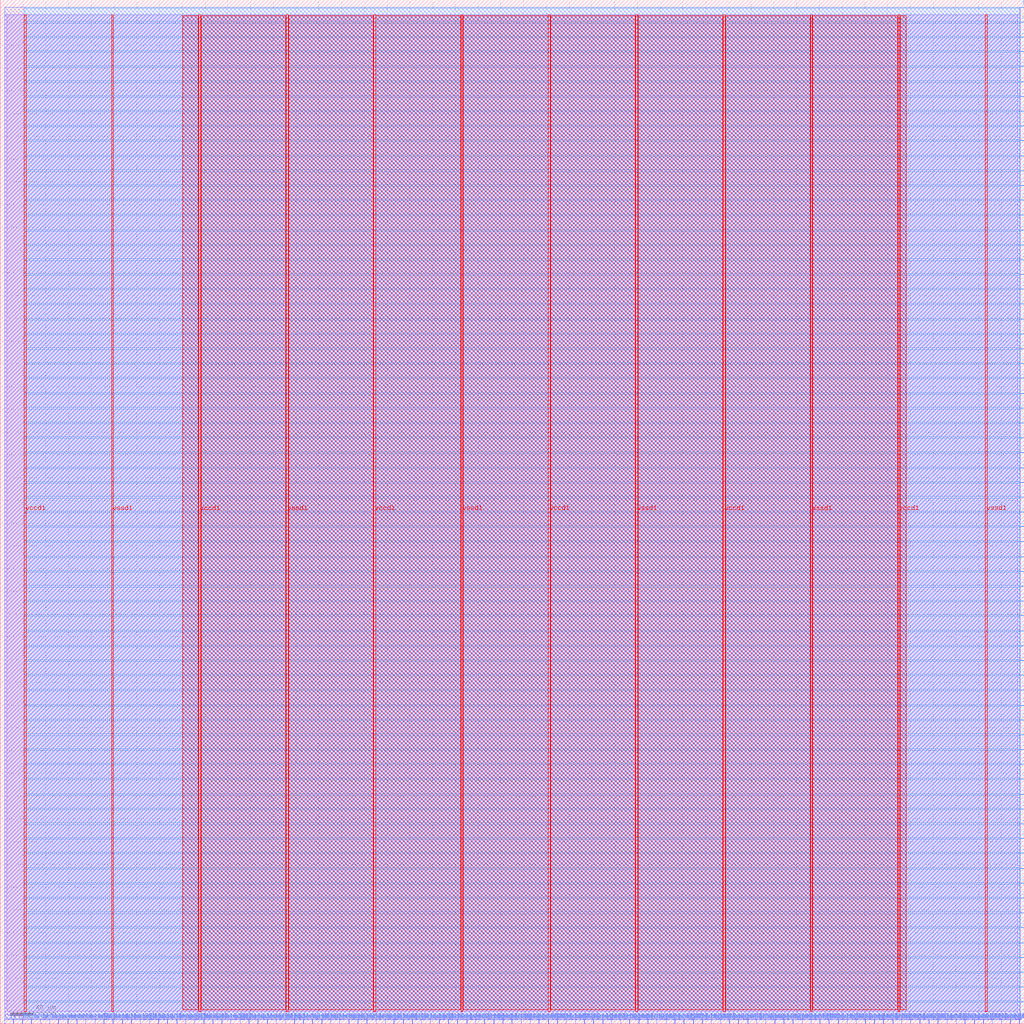
<source format=lef>
VERSION 5.7 ;
  NOWIREEXTENSIONATPIN ON ;
  DIVIDERCHAR "/" ;
  BUSBITCHARS "[]" ;
MACRO crypto_core
  CLASS BLOCK ;
  FOREIGN crypto_core ;
  ORIGIN 0.000 0.000 ;
  SIZE 900.000 BY 900.000 ;
  PIN clk_i
    DIRECTION INPUT ;
    USE SIGNAL ;
    PORT
      LAYER met2 ;
        RECT 3.770 0.000 4.050 4.000 ;
    END
  END clk_i
  PIN data_addr_o[0]
    DIRECTION OUTPUT TRISTATE ;
    USE SIGNAL ;
    PORT
      LAYER met2 ;
        RECT 51.150 0.000 51.430 4.000 ;
    END
  END data_addr_o[0]
  PIN data_addr_o[10]
    DIRECTION OUTPUT TRISTATE ;
    USE SIGNAL ;
    PORT
      LAYER met2 ;
        RECT 377.750 0.000 378.030 4.000 ;
    END
  END data_addr_o[10]
  PIN data_addr_o[11]
    DIRECTION OUTPUT TRISTATE ;
    USE SIGNAL ;
    PORT
      LAYER met2 ;
        RECT 401.670 0.000 401.950 4.000 ;
    END
  END data_addr_o[11]
  PIN data_addr_o[12]
    DIRECTION OUTPUT TRISTATE ;
    USE SIGNAL ;
    PORT
      LAYER met2 ;
        RECT 425.590 0.000 425.870 4.000 ;
    END
  END data_addr_o[12]
  PIN data_addr_o[13]
    DIRECTION OUTPUT TRISTATE ;
    USE SIGNAL ;
    PORT
      LAYER met2 ;
        RECT 449.510 0.000 449.790 4.000 ;
    END
  END data_addr_o[13]
  PIN data_addr_o[14]
    DIRECTION OUTPUT TRISTATE ;
    USE SIGNAL ;
    PORT
      LAYER met2 ;
        RECT 473.430 0.000 473.710 4.000 ;
    END
  END data_addr_o[14]
  PIN data_addr_o[15]
    DIRECTION OUTPUT TRISTATE ;
    USE SIGNAL ;
    PORT
      LAYER met2 ;
        RECT 497.350 0.000 497.630 4.000 ;
    END
  END data_addr_o[15]
  PIN data_addr_o[16]
    DIRECTION OUTPUT TRISTATE ;
    USE SIGNAL ;
    PORT
      LAYER met2 ;
        RECT 521.270 0.000 521.550 4.000 ;
    END
  END data_addr_o[16]
  PIN data_addr_o[17]
    DIRECTION OUTPUT TRISTATE ;
    USE SIGNAL ;
    PORT
      LAYER met2 ;
        RECT 545.190 0.000 545.470 4.000 ;
    END
  END data_addr_o[17]
  PIN data_addr_o[18]
    DIRECTION OUTPUT TRISTATE ;
    USE SIGNAL ;
    PORT
      LAYER met2 ;
        RECT 569.110 0.000 569.390 4.000 ;
    END
  END data_addr_o[18]
  PIN data_addr_o[19]
    DIRECTION OUTPUT TRISTATE ;
    USE SIGNAL ;
    PORT
      LAYER met2 ;
        RECT 593.030 0.000 593.310 4.000 ;
    END
  END data_addr_o[19]
  PIN data_addr_o[1]
    DIRECTION OUTPUT TRISTATE ;
    USE SIGNAL ;
    PORT
      LAYER met2 ;
        RECT 91.170 0.000 91.450 4.000 ;
    END
  END data_addr_o[1]
  PIN data_addr_o[20]
    DIRECTION OUTPUT TRISTATE ;
    USE SIGNAL ;
    PORT
      LAYER met2 ;
        RECT 616.950 0.000 617.230 4.000 ;
    END
  END data_addr_o[20]
  PIN data_addr_o[21]
    DIRECTION OUTPUT TRISTATE ;
    USE SIGNAL ;
    PORT
      LAYER met2 ;
        RECT 640.870 0.000 641.150 4.000 ;
    END
  END data_addr_o[21]
  PIN data_addr_o[22]
    DIRECTION OUTPUT TRISTATE ;
    USE SIGNAL ;
    PORT
      LAYER met2 ;
        RECT 664.790 0.000 665.070 4.000 ;
    END
  END data_addr_o[22]
  PIN data_addr_o[23]
    DIRECTION OUTPUT TRISTATE ;
    USE SIGNAL ;
    PORT
      LAYER met2 ;
        RECT 688.710 0.000 688.990 4.000 ;
    END
  END data_addr_o[23]
  PIN data_addr_o[24]
    DIRECTION OUTPUT TRISTATE ;
    USE SIGNAL ;
    PORT
      LAYER met2 ;
        RECT 712.630 0.000 712.910 4.000 ;
    END
  END data_addr_o[24]
  PIN data_addr_o[25]
    DIRECTION OUTPUT TRISTATE ;
    USE SIGNAL ;
    PORT
      LAYER met2 ;
        RECT 736.550 0.000 736.830 4.000 ;
    END
  END data_addr_o[25]
  PIN data_addr_o[26]
    DIRECTION OUTPUT TRISTATE ;
    USE SIGNAL ;
    PORT
      LAYER met2 ;
        RECT 760.470 0.000 760.750 4.000 ;
    END
  END data_addr_o[26]
  PIN data_addr_o[27]
    DIRECTION OUTPUT TRISTATE ;
    USE SIGNAL ;
    PORT
      LAYER met2 ;
        RECT 784.390 0.000 784.670 4.000 ;
    END
  END data_addr_o[27]
  PIN data_addr_o[28]
    DIRECTION OUTPUT TRISTATE ;
    USE SIGNAL ;
    PORT
      LAYER met2 ;
        RECT 808.310 0.000 808.590 4.000 ;
    END
  END data_addr_o[28]
  PIN data_addr_o[29]
    DIRECTION OUTPUT TRISTATE ;
    USE SIGNAL ;
    PORT
      LAYER met2 ;
        RECT 832.230 0.000 832.510 4.000 ;
    END
  END data_addr_o[29]
  PIN data_addr_o[2]
    DIRECTION OUTPUT TRISTATE ;
    USE SIGNAL ;
    PORT
      LAYER met2 ;
        RECT 131.190 0.000 131.470 4.000 ;
    END
  END data_addr_o[2]
  PIN data_addr_o[30]
    DIRECTION OUTPUT TRISTATE ;
    USE SIGNAL ;
    PORT
      LAYER met2 ;
        RECT 856.150 0.000 856.430 4.000 ;
    END
  END data_addr_o[30]
  PIN data_addr_o[31]
    DIRECTION OUTPUT TRISTATE ;
    USE SIGNAL ;
    PORT
      LAYER met2 ;
        RECT 880.070 0.000 880.350 4.000 ;
    END
  END data_addr_o[31]
  PIN data_addr_o[3]
    DIRECTION OUTPUT TRISTATE ;
    USE SIGNAL ;
    PORT
      LAYER met2 ;
        RECT 170.750 0.000 171.030 4.000 ;
    END
  END data_addr_o[3]
  PIN data_addr_o[4]
    DIRECTION OUTPUT TRISTATE ;
    USE SIGNAL ;
    PORT
      LAYER met2 ;
        RECT 210.770 0.000 211.050 4.000 ;
    END
  END data_addr_o[4]
  PIN data_addr_o[5]
    DIRECTION OUTPUT TRISTATE ;
    USE SIGNAL ;
    PORT
      LAYER met2 ;
        RECT 242.510 0.000 242.790 4.000 ;
    END
  END data_addr_o[5]
  PIN data_addr_o[6]
    DIRECTION OUTPUT TRISTATE ;
    USE SIGNAL ;
    PORT
      LAYER met2 ;
        RECT 274.250 0.000 274.530 4.000 ;
    END
  END data_addr_o[6]
  PIN data_addr_o[7]
    DIRECTION OUTPUT TRISTATE ;
    USE SIGNAL ;
    PORT
      LAYER met2 ;
        RECT 306.450 0.000 306.730 4.000 ;
    END
  END data_addr_o[7]
  PIN data_addr_o[8]
    DIRECTION OUTPUT TRISTATE ;
    USE SIGNAL ;
    PORT
      LAYER met2 ;
        RECT 330.370 0.000 330.650 4.000 ;
    END
  END data_addr_o[8]
  PIN data_addr_o[9]
    DIRECTION OUTPUT TRISTATE ;
    USE SIGNAL ;
    PORT
      LAYER met2 ;
        RECT 354.290 0.000 354.570 4.000 ;
    END
  END data_addr_o[9]
  PIN data_be_o[0]
    DIRECTION OUTPUT TRISTATE ;
    USE SIGNAL ;
    PORT
      LAYER met2 ;
        RECT 59.430 0.000 59.710 4.000 ;
    END
  END data_be_o[0]
  PIN data_be_o[1]
    DIRECTION OUTPUT TRISTATE ;
    USE SIGNAL ;
    PORT
      LAYER met2 ;
        RECT 98.990 0.000 99.270 4.000 ;
    END
  END data_be_o[1]
  PIN data_be_o[2]
    DIRECTION OUTPUT TRISTATE ;
    USE SIGNAL ;
    PORT
      LAYER met2 ;
        RECT 139.010 0.000 139.290 4.000 ;
    END
  END data_be_o[2]
  PIN data_be_o[3]
    DIRECTION OUTPUT TRISTATE ;
    USE SIGNAL ;
    PORT
      LAYER met2 ;
        RECT 179.030 0.000 179.310 4.000 ;
    END
  END data_be_o[3]
  PIN data_gnt_i
    DIRECTION INPUT ;
    USE SIGNAL ;
    PORT
      LAYER met2 ;
        RECT 19.410 0.000 19.690 4.000 ;
    END
  END data_gnt_i
  PIN data_rdata_i[0]
    DIRECTION INPUT ;
    USE SIGNAL ;
    PORT
      LAYER met2 ;
        RECT 67.250 0.000 67.530 4.000 ;
    END
  END data_rdata_i[0]
  PIN data_rdata_i[10]
    DIRECTION INPUT ;
    USE SIGNAL ;
    PORT
      LAYER met2 ;
        RECT 386.030 0.000 386.310 4.000 ;
    END
  END data_rdata_i[10]
  PIN data_rdata_i[11]
    DIRECTION INPUT ;
    USE SIGNAL ;
    PORT
      LAYER met2 ;
        RECT 409.950 0.000 410.230 4.000 ;
    END
  END data_rdata_i[11]
  PIN data_rdata_i[12]
    DIRECTION INPUT ;
    USE SIGNAL ;
    PORT
      LAYER met2 ;
        RECT 433.870 0.000 434.150 4.000 ;
    END
  END data_rdata_i[12]
  PIN data_rdata_i[13]
    DIRECTION INPUT ;
    USE SIGNAL ;
    PORT
      LAYER met2 ;
        RECT 457.790 0.000 458.070 4.000 ;
    END
  END data_rdata_i[13]
  PIN data_rdata_i[14]
    DIRECTION INPUT ;
    USE SIGNAL ;
    PORT
      LAYER met2 ;
        RECT 481.710 0.000 481.990 4.000 ;
    END
  END data_rdata_i[14]
  PIN data_rdata_i[15]
    DIRECTION INPUT ;
    USE SIGNAL ;
    PORT
      LAYER met2 ;
        RECT 505.630 0.000 505.910 4.000 ;
    END
  END data_rdata_i[15]
  PIN data_rdata_i[16]
    DIRECTION INPUT ;
    USE SIGNAL ;
    PORT
      LAYER met2 ;
        RECT 529.550 0.000 529.830 4.000 ;
    END
  END data_rdata_i[16]
  PIN data_rdata_i[17]
    DIRECTION INPUT ;
    USE SIGNAL ;
    PORT
      LAYER met2 ;
        RECT 553.010 0.000 553.290 4.000 ;
    END
  END data_rdata_i[17]
  PIN data_rdata_i[18]
    DIRECTION INPUT ;
    USE SIGNAL ;
    PORT
      LAYER met2 ;
        RECT 576.930 0.000 577.210 4.000 ;
    END
  END data_rdata_i[18]
  PIN data_rdata_i[19]
    DIRECTION INPUT ;
    USE SIGNAL ;
    PORT
      LAYER met2 ;
        RECT 600.850 0.000 601.130 4.000 ;
    END
  END data_rdata_i[19]
  PIN data_rdata_i[1]
    DIRECTION INPUT ;
    USE SIGNAL ;
    PORT
      LAYER met2 ;
        RECT 107.270 0.000 107.550 4.000 ;
    END
  END data_rdata_i[1]
  PIN data_rdata_i[20]
    DIRECTION INPUT ;
    USE SIGNAL ;
    PORT
      LAYER met2 ;
        RECT 624.770 0.000 625.050 4.000 ;
    END
  END data_rdata_i[20]
  PIN data_rdata_i[21]
    DIRECTION INPUT ;
    USE SIGNAL ;
    PORT
      LAYER met2 ;
        RECT 648.690 0.000 648.970 4.000 ;
    END
  END data_rdata_i[21]
  PIN data_rdata_i[22]
    DIRECTION INPUT ;
    USE SIGNAL ;
    PORT
      LAYER met2 ;
        RECT 672.610 0.000 672.890 4.000 ;
    END
  END data_rdata_i[22]
  PIN data_rdata_i[23]
    DIRECTION INPUT ;
    USE SIGNAL ;
    PORT
      LAYER met2 ;
        RECT 696.530 0.000 696.810 4.000 ;
    END
  END data_rdata_i[23]
  PIN data_rdata_i[24]
    DIRECTION INPUT ;
    USE SIGNAL ;
    PORT
      LAYER met2 ;
        RECT 720.450 0.000 720.730 4.000 ;
    END
  END data_rdata_i[24]
  PIN data_rdata_i[25]
    DIRECTION INPUT ;
    USE SIGNAL ;
    PORT
      LAYER met2 ;
        RECT 744.370 0.000 744.650 4.000 ;
    END
  END data_rdata_i[25]
  PIN data_rdata_i[26]
    DIRECTION INPUT ;
    USE SIGNAL ;
    PORT
      LAYER met2 ;
        RECT 768.290 0.000 768.570 4.000 ;
    END
  END data_rdata_i[26]
  PIN data_rdata_i[27]
    DIRECTION INPUT ;
    USE SIGNAL ;
    PORT
      LAYER met2 ;
        RECT 792.210 0.000 792.490 4.000 ;
    END
  END data_rdata_i[27]
  PIN data_rdata_i[28]
    DIRECTION INPUT ;
    USE SIGNAL ;
    PORT
      LAYER met2 ;
        RECT 816.130 0.000 816.410 4.000 ;
    END
  END data_rdata_i[28]
  PIN data_rdata_i[29]
    DIRECTION INPUT ;
    USE SIGNAL ;
    PORT
      LAYER met2 ;
        RECT 840.050 0.000 840.330 4.000 ;
    END
  END data_rdata_i[29]
  PIN data_rdata_i[2]
    DIRECTION INPUT ;
    USE SIGNAL ;
    PORT
      LAYER met2 ;
        RECT 146.830 0.000 147.110 4.000 ;
    END
  END data_rdata_i[2]
  PIN data_rdata_i[30]
    DIRECTION INPUT ;
    USE SIGNAL ;
    PORT
      LAYER met2 ;
        RECT 863.970 0.000 864.250 4.000 ;
    END
  END data_rdata_i[30]
  PIN data_rdata_i[31]
    DIRECTION INPUT ;
    USE SIGNAL ;
    PORT
      LAYER met2 ;
        RECT 887.890 0.000 888.170 4.000 ;
    END
  END data_rdata_i[31]
  PIN data_rdata_i[3]
    DIRECTION INPUT ;
    USE SIGNAL ;
    PORT
      LAYER met2 ;
        RECT 186.850 0.000 187.130 4.000 ;
    END
  END data_rdata_i[3]
  PIN data_rdata_i[4]
    DIRECTION INPUT ;
    USE SIGNAL ;
    PORT
      LAYER met2 ;
        RECT 218.590 0.000 218.870 4.000 ;
    END
  END data_rdata_i[4]
  PIN data_rdata_i[5]
    DIRECTION INPUT ;
    USE SIGNAL ;
    PORT
      LAYER met2 ;
        RECT 250.330 0.000 250.610 4.000 ;
    END
  END data_rdata_i[5]
  PIN data_rdata_i[6]
    DIRECTION INPUT ;
    USE SIGNAL ;
    PORT
      LAYER met2 ;
        RECT 282.530 0.000 282.810 4.000 ;
    END
  END data_rdata_i[6]
  PIN data_rdata_i[7]
    DIRECTION INPUT ;
    USE SIGNAL ;
    PORT
      LAYER met2 ;
        RECT 314.270 0.000 314.550 4.000 ;
    END
  END data_rdata_i[7]
  PIN data_rdata_i[8]
    DIRECTION INPUT ;
    USE SIGNAL ;
    PORT
      LAYER met2 ;
        RECT 338.190 0.000 338.470 4.000 ;
    END
  END data_rdata_i[8]
  PIN data_rdata_i[9]
    DIRECTION INPUT ;
    USE SIGNAL ;
    PORT
      LAYER met2 ;
        RECT 362.110 0.000 362.390 4.000 ;
    END
  END data_rdata_i[9]
  PIN data_req_o
    DIRECTION OUTPUT TRISTATE ;
    USE SIGNAL ;
    PORT
      LAYER met2 ;
        RECT 27.230 0.000 27.510 4.000 ;
    END
  END data_req_o
  PIN data_rvalid_i
    DIRECTION INPUT ;
    USE SIGNAL ;
    PORT
      LAYER met2 ;
        RECT 35.510 0.000 35.790 4.000 ;
    END
  END data_rvalid_i
  PIN data_wdata_intg_o[0]
    DIRECTION OUTPUT TRISTATE ;
    USE SIGNAL ;
    PORT
      LAYER met2 ;
        RECT 75.070 0.000 75.350 4.000 ;
    END
  END data_wdata_intg_o[0]
  PIN data_wdata_intg_o[1]
    DIRECTION OUTPUT TRISTATE ;
    USE SIGNAL ;
    PORT
      LAYER met2 ;
        RECT 115.090 0.000 115.370 4.000 ;
    END
  END data_wdata_intg_o[1]
  PIN data_wdata_intg_o[2]
    DIRECTION OUTPUT TRISTATE ;
    USE SIGNAL ;
    PORT
      LAYER met2 ;
        RECT 155.110 0.000 155.390 4.000 ;
    END
  END data_wdata_intg_o[2]
  PIN data_wdata_intg_o[3]
    DIRECTION OUTPUT TRISTATE ;
    USE SIGNAL ;
    PORT
      LAYER met2 ;
        RECT 194.670 0.000 194.950 4.000 ;
    END
  END data_wdata_intg_o[3]
  PIN data_wdata_intg_o[4]
    DIRECTION OUTPUT TRISTATE ;
    USE SIGNAL ;
    PORT
      LAYER met2 ;
        RECT 226.410 0.000 226.690 4.000 ;
    END
  END data_wdata_intg_o[4]
  PIN data_wdata_intg_o[5]
    DIRECTION OUTPUT TRISTATE ;
    USE SIGNAL ;
    PORT
      LAYER met2 ;
        RECT 258.610 0.000 258.890 4.000 ;
    END
  END data_wdata_intg_o[5]
  PIN data_wdata_intg_o[6]
    DIRECTION OUTPUT TRISTATE ;
    USE SIGNAL ;
    PORT
      LAYER met2 ;
        RECT 290.350 0.000 290.630 4.000 ;
    END
  END data_wdata_intg_o[6]
  PIN data_wdata_o[0]
    DIRECTION OUTPUT TRISTATE ;
    USE SIGNAL ;
    PORT
      LAYER met2 ;
        RECT 83.350 0.000 83.630 4.000 ;
    END
  END data_wdata_o[0]
  PIN data_wdata_o[10]
    DIRECTION OUTPUT TRISTATE ;
    USE SIGNAL ;
    PORT
      LAYER met2 ;
        RECT 393.850 0.000 394.130 4.000 ;
    END
  END data_wdata_o[10]
  PIN data_wdata_o[11]
    DIRECTION OUTPUT TRISTATE ;
    USE SIGNAL ;
    PORT
      LAYER met2 ;
        RECT 417.770 0.000 418.050 4.000 ;
    END
  END data_wdata_o[11]
  PIN data_wdata_o[12]
    DIRECTION OUTPUT TRISTATE ;
    USE SIGNAL ;
    PORT
      LAYER met2 ;
        RECT 441.690 0.000 441.970 4.000 ;
    END
  END data_wdata_o[12]
  PIN data_wdata_o[13]
    DIRECTION OUTPUT TRISTATE ;
    USE SIGNAL ;
    PORT
      LAYER met2 ;
        RECT 465.610 0.000 465.890 4.000 ;
    END
  END data_wdata_o[13]
  PIN data_wdata_o[14]
    DIRECTION OUTPUT TRISTATE ;
    USE SIGNAL ;
    PORT
      LAYER met2 ;
        RECT 489.530 0.000 489.810 4.000 ;
    END
  END data_wdata_o[14]
  PIN data_wdata_o[15]
    DIRECTION OUTPUT TRISTATE ;
    USE SIGNAL ;
    PORT
      LAYER met2 ;
        RECT 513.450 0.000 513.730 4.000 ;
    END
  END data_wdata_o[15]
  PIN data_wdata_o[16]
    DIRECTION OUTPUT TRISTATE ;
    USE SIGNAL ;
    PORT
      LAYER met2 ;
        RECT 537.370 0.000 537.650 4.000 ;
    END
  END data_wdata_o[16]
  PIN data_wdata_o[17]
    DIRECTION OUTPUT TRISTATE ;
    USE SIGNAL ;
    PORT
      LAYER met2 ;
        RECT 561.290 0.000 561.570 4.000 ;
    END
  END data_wdata_o[17]
  PIN data_wdata_o[18]
    DIRECTION OUTPUT TRISTATE ;
    USE SIGNAL ;
    PORT
      LAYER met2 ;
        RECT 585.210 0.000 585.490 4.000 ;
    END
  END data_wdata_o[18]
  PIN data_wdata_o[19]
    DIRECTION OUTPUT TRISTATE ;
    USE SIGNAL ;
    PORT
      LAYER met2 ;
        RECT 609.130 0.000 609.410 4.000 ;
    END
  END data_wdata_o[19]
  PIN data_wdata_o[1]
    DIRECTION OUTPUT TRISTATE ;
    USE SIGNAL ;
    PORT
      LAYER met2 ;
        RECT 122.910 0.000 123.190 4.000 ;
    END
  END data_wdata_o[1]
  PIN data_wdata_o[20]
    DIRECTION OUTPUT TRISTATE ;
    USE SIGNAL ;
    PORT
      LAYER met2 ;
        RECT 633.050 0.000 633.330 4.000 ;
    END
  END data_wdata_o[20]
  PIN data_wdata_o[21]
    DIRECTION OUTPUT TRISTATE ;
    USE SIGNAL ;
    PORT
      LAYER met2 ;
        RECT 656.970 0.000 657.250 4.000 ;
    END
  END data_wdata_o[21]
  PIN data_wdata_o[22]
    DIRECTION OUTPUT TRISTATE ;
    USE SIGNAL ;
    PORT
      LAYER met2 ;
        RECT 680.890 0.000 681.170 4.000 ;
    END
  END data_wdata_o[22]
  PIN data_wdata_o[23]
    DIRECTION OUTPUT TRISTATE ;
    USE SIGNAL ;
    PORT
      LAYER met2 ;
        RECT 704.810 0.000 705.090 4.000 ;
    END
  END data_wdata_o[23]
  PIN data_wdata_o[24]
    DIRECTION OUTPUT TRISTATE ;
    USE SIGNAL ;
    PORT
      LAYER met2 ;
        RECT 728.270 0.000 728.550 4.000 ;
    END
  END data_wdata_o[24]
  PIN data_wdata_o[25]
    DIRECTION OUTPUT TRISTATE ;
    USE SIGNAL ;
    PORT
      LAYER met2 ;
        RECT 752.190 0.000 752.470 4.000 ;
    END
  END data_wdata_o[25]
  PIN data_wdata_o[26]
    DIRECTION OUTPUT TRISTATE ;
    USE SIGNAL ;
    PORT
      LAYER met2 ;
        RECT 776.110 0.000 776.390 4.000 ;
    END
  END data_wdata_o[26]
  PIN data_wdata_o[27]
    DIRECTION OUTPUT TRISTATE ;
    USE SIGNAL ;
    PORT
      LAYER met2 ;
        RECT 800.030 0.000 800.310 4.000 ;
    END
  END data_wdata_o[27]
  PIN data_wdata_o[28]
    DIRECTION OUTPUT TRISTATE ;
    USE SIGNAL ;
    PORT
      LAYER met2 ;
        RECT 823.950 0.000 824.230 4.000 ;
    END
  END data_wdata_o[28]
  PIN data_wdata_o[29]
    DIRECTION OUTPUT TRISTATE ;
    USE SIGNAL ;
    PORT
      LAYER met2 ;
        RECT 847.870 0.000 848.150 4.000 ;
    END
  END data_wdata_o[29]
  PIN data_wdata_o[2]
    DIRECTION OUTPUT TRISTATE ;
    USE SIGNAL ;
    PORT
      LAYER met2 ;
        RECT 162.930 0.000 163.210 4.000 ;
    END
  END data_wdata_o[2]
  PIN data_wdata_o[30]
    DIRECTION OUTPUT TRISTATE ;
    USE SIGNAL ;
    PORT
      LAYER met2 ;
        RECT 871.790 0.000 872.070 4.000 ;
    END
  END data_wdata_o[30]
  PIN data_wdata_o[31]
    DIRECTION OUTPUT TRISTATE ;
    USE SIGNAL ;
    PORT
      LAYER met2 ;
        RECT 895.710 0.000 895.990 4.000 ;
    END
  END data_wdata_o[31]
  PIN data_wdata_o[3]
    DIRECTION OUTPUT TRISTATE ;
    USE SIGNAL ;
    PORT
      LAYER met2 ;
        RECT 202.490 0.000 202.770 4.000 ;
    END
  END data_wdata_o[3]
  PIN data_wdata_o[4]
    DIRECTION OUTPUT TRISTATE ;
    USE SIGNAL ;
    PORT
      LAYER met2 ;
        RECT 234.690 0.000 234.970 4.000 ;
    END
  END data_wdata_o[4]
  PIN data_wdata_o[5]
    DIRECTION OUTPUT TRISTATE ;
    USE SIGNAL ;
    PORT
      LAYER met2 ;
        RECT 266.430 0.000 266.710 4.000 ;
    END
  END data_wdata_o[5]
  PIN data_wdata_o[6]
    DIRECTION OUTPUT TRISTATE ;
    USE SIGNAL ;
    PORT
      LAYER met2 ;
        RECT 298.170 0.000 298.450 4.000 ;
    END
  END data_wdata_o[6]
  PIN data_wdata_o[7]
    DIRECTION OUTPUT TRISTATE ;
    USE SIGNAL ;
    PORT
      LAYER met2 ;
        RECT 322.090 0.000 322.370 4.000 ;
    END
  END data_wdata_o[7]
  PIN data_wdata_o[8]
    DIRECTION OUTPUT TRISTATE ;
    USE SIGNAL ;
    PORT
      LAYER met2 ;
        RECT 346.010 0.000 346.290 4.000 ;
    END
  END data_wdata_o[8]
  PIN data_wdata_o[9]
    DIRECTION OUTPUT TRISTATE ;
    USE SIGNAL ;
    PORT
      LAYER met2 ;
        RECT 369.930 0.000 370.210 4.000 ;
    END
  END data_wdata_o[9]
  PIN data_we_o
    DIRECTION OUTPUT TRISTATE ;
    USE SIGNAL ;
    PORT
      LAYER met2 ;
        RECT 43.330 0.000 43.610 4.000 ;
    END
  END data_we_o
  PIN debug_req_i
    DIRECTION INPUT ;
    USE SIGNAL ;
    PORT
      LAYER met3 ;
        RECT 896.000 879.960 900.000 880.560 ;
    END
  END debug_req_i
  PIN fetch_enable_i
    DIRECTION INPUT ;
    USE SIGNAL ;
    PORT
      LAYER met3 ;
        RECT 896.000 892.880 900.000 893.480 ;
    END
  END fetch_enable_i
  PIN instr_addr_o[0]
    DIRECTION OUTPUT TRISTATE ;
    USE SIGNAL ;
    PORT
      LAYER met3 ;
        RECT 896.000 44.920 900.000 45.520 ;
    END
  END instr_addr_o[0]
  PIN instr_addr_o[10]
    DIRECTION OUTPUT TRISTATE ;
    USE SIGNAL ;
    PORT
      LAYER met3 ;
        RECT 896.000 306.040 900.000 306.640 ;
    END
  END instr_addr_o[10]
  PIN instr_addr_o[11]
    DIRECTION OUTPUT TRISTATE ;
    USE SIGNAL ;
    PORT
      LAYER met3 ;
        RECT 896.000 331.880 900.000 332.480 ;
    END
  END instr_addr_o[11]
  PIN instr_addr_o[12]
    DIRECTION OUTPUT TRISTATE ;
    USE SIGNAL ;
    PORT
      LAYER met3 ;
        RECT 896.000 358.400 900.000 359.000 ;
    END
  END instr_addr_o[12]
  PIN instr_addr_o[13]
    DIRECTION OUTPUT TRISTATE ;
    USE SIGNAL ;
    PORT
      LAYER met3 ;
        RECT 896.000 384.240 900.000 384.840 ;
    END
  END instr_addr_o[13]
  PIN instr_addr_o[14]
    DIRECTION OUTPUT TRISTATE ;
    USE SIGNAL ;
    PORT
      LAYER met3 ;
        RECT 896.000 410.080 900.000 410.680 ;
    END
  END instr_addr_o[14]
  PIN instr_addr_o[15]
    DIRECTION OUTPUT TRISTATE ;
    USE SIGNAL ;
    PORT
      LAYER met3 ;
        RECT 896.000 436.600 900.000 437.200 ;
    END
  END instr_addr_o[15]
  PIN instr_addr_o[16]
    DIRECTION OUTPUT TRISTATE ;
    USE SIGNAL ;
    PORT
      LAYER met3 ;
        RECT 896.000 462.440 900.000 463.040 ;
    END
  END instr_addr_o[16]
  PIN instr_addr_o[17]
    DIRECTION OUTPUT TRISTATE ;
    USE SIGNAL ;
    PORT
      LAYER met3 ;
        RECT 896.000 488.280 900.000 488.880 ;
    END
  END instr_addr_o[17]
  PIN instr_addr_o[18]
    DIRECTION OUTPUT TRISTATE ;
    USE SIGNAL ;
    PORT
      LAYER met3 ;
        RECT 896.000 514.800 900.000 515.400 ;
    END
  END instr_addr_o[18]
  PIN instr_addr_o[19]
    DIRECTION OUTPUT TRISTATE ;
    USE SIGNAL ;
    PORT
      LAYER met3 ;
        RECT 896.000 540.640 900.000 541.240 ;
    END
  END instr_addr_o[19]
  PIN instr_addr_o[1]
    DIRECTION OUTPUT TRISTATE ;
    USE SIGNAL ;
    PORT
      LAYER met3 ;
        RECT 896.000 70.760 900.000 71.360 ;
    END
  END instr_addr_o[1]
  PIN instr_addr_o[20]
    DIRECTION OUTPUT TRISTATE ;
    USE SIGNAL ;
    PORT
      LAYER met3 ;
        RECT 896.000 567.160 900.000 567.760 ;
    END
  END instr_addr_o[20]
  PIN instr_addr_o[21]
    DIRECTION OUTPUT TRISTATE ;
    USE SIGNAL ;
    PORT
      LAYER met3 ;
        RECT 896.000 593.000 900.000 593.600 ;
    END
  END instr_addr_o[21]
  PIN instr_addr_o[22]
    DIRECTION OUTPUT TRISTATE ;
    USE SIGNAL ;
    PORT
      LAYER met3 ;
        RECT 896.000 618.840 900.000 619.440 ;
    END
  END instr_addr_o[22]
  PIN instr_addr_o[23]
    DIRECTION OUTPUT TRISTATE ;
    USE SIGNAL ;
    PORT
      LAYER met3 ;
        RECT 896.000 645.360 900.000 645.960 ;
    END
  END instr_addr_o[23]
  PIN instr_addr_o[24]
    DIRECTION OUTPUT TRISTATE ;
    USE SIGNAL ;
    PORT
      LAYER met3 ;
        RECT 896.000 671.200 900.000 671.800 ;
    END
  END instr_addr_o[24]
  PIN instr_addr_o[25]
    DIRECTION OUTPUT TRISTATE ;
    USE SIGNAL ;
    PORT
      LAYER met3 ;
        RECT 896.000 697.040 900.000 697.640 ;
    END
  END instr_addr_o[25]
  PIN instr_addr_o[26]
    DIRECTION OUTPUT TRISTATE ;
    USE SIGNAL ;
    PORT
      LAYER met3 ;
        RECT 896.000 723.560 900.000 724.160 ;
    END
  END instr_addr_o[26]
  PIN instr_addr_o[27]
    DIRECTION OUTPUT TRISTATE ;
    USE SIGNAL ;
    PORT
      LAYER met3 ;
        RECT 896.000 749.400 900.000 750.000 ;
    END
  END instr_addr_o[27]
  PIN instr_addr_o[28]
    DIRECTION OUTPUT TRISTATE ;
    USE SIGNAL ;
    PORT
      LAYER met3 ;
        RECT 896.000 775.920 900.000 776.520 ;
    END
  END instr_addr_o[28]
  PIN instr_addr_o[29]
    DIRECTION OUTPUT TRISTATE ;
    USE SIGNAL ;
    PORT
      LAYER met3 ;
        RECT 896.000 801.760 900.000 802.360 ;
    END
  END instr_addr_o[29]
  PIN instr_addr_o[2]
    DIRECTION OUTPUT TRISTATE ;
    USE SIGNAL ;
    PORT
      LAYER met3 ;
        RECT 896.000 97.280 900.000 97.880 ;
    END
  END instr_addr_o[2]
  PIN instr_addr_o[30]
    DIRECTION OUTPUT TRISTATE ;
    USE SIGNAL ;
    PORT
      LAYER met3 ;
        RECT 896.000 827.600 900.000 828.200 ;
    END
  END instr_addr_o[30]
  PIN instr_addr_o[31]
    DIRECTION OUTPUT TRISTATE ;
    USE SIGNAL ;
    PORT
      LAYER met3 ;
        RECT 896.000 854.120 900.000 854.720 ;
    END
  END instr_addr_o[31]
  PIN instr_addr_o[3]
    DIRECTION OUTPUT TRISTATE ;
    USE SIGNAL ;
    PORT
      LAYER met3 ;
        RECT 896.000 123.120 900.000 123.720 ;
    END
  END instr_addr_o[3]
  PIN instr_addr_o[4]
    DIRECTION OUTPUT TRISTATE ;
    USE SIGNAL ;
    PORT
      LAYER met3 ;
        RECT 896.000 149.640 900.000 150.240 ;
    END
  END instr_addr_o[4]
  PIN instr_addr_o[5]
    DIRECTION OUTPUT TRISTATE ;
    USE SIGNAL ;
    PORT
      LAYER met3 ;
        RECT 896.000 175.480 900.000 176.080 ;
    END
  END instr_addr_o[5]
  PIN instr_addr_o[6]
    DIRECTION OUTPUT TRISTATE ;
    USE SIGNAL ;
    PORT
      LAYER met3 ;
        RECT 896.000 201.320 900.000 201.920 ;
    END
  END instr_addr_o[6]
  PIN instr_addr_o[7]
    DIRECTION OUTPUT TRISTATE ;
    USE SIGNAL ;
    PORT
      LAYER met3 ;
        RECT 896.000 227.840 900.000 228.440 ;
    END
  END instr_addr_o[7]
  PIN instr_addr_o[8]
    DIRECTION OUTPUT TRISTATE ;
    USE SIGNAL ;
    PORT
      LAYER met3 ;
        RECT 896.000 253.680 900.000 254.280 ;
    END
  END instr_addr_o[8]
  PIN instr_addr_o[9]
    DIRECTION OUTPUT TRISTATE ;
    USE SIGNAL ;
    PORT
      LAYER met3 ;
        RECT 896.000 279.520 900.000 280.120 ;
    END
  END instr_addr_o[9]
  PIN instr_gnt_i
    DIRECTION INPUT ;
    USE SIGNAL ;
    PORT
      LAYER met3 ;
        RECT 896.000 6.160 900.000 6.760 ;
    END
  END instr_gnt_i
  PIN instr_rdata_i[0]
    DIRECTION INPUT ;
    USE SIGNAL ;
    PORT
      LAYER met3 ;
        RECT 896.000 57.840 900.000 58.440 ;
    END
  END instr_rdata_i[0]
  PIN instr_rdata_i[10]
    DIRECTION INPUT ;
    USE SIGNAL ;
    PORT
      LAYER met3 ;
        RECT 896.000 318.960 900.000 319.560 ;
    END
  END instr_rdata_i[10]
  PIN instr_rdata_i[11]
    DIRECTION INPUT ;
    USE SIGNAL ;
    PORT
      LAYER met3 ;
        RECT 896.000 344.800 900.000 345.400 ;
    END
  END instr_rdata_i[11]
  PIN instr_rdata_i[12]
    DIRECTION INPUT ;
    USE SIGNAL ;
    PORT
      LAYER met3 ;
        RECT 896.000 371.320 900.000 371.920 ;
    END
  END instr_rdata_i[12]
  PIN instr_rdata_i[13]
    DIRECTION INPUT ;
    USE SIGNAL ;
    PORT
      LAYER met3 ;
        RECT 896.000 397.160 900.000 397.760 ;
    END
  END instr_rdata_i[13]
  PIN instr_rdata_i[14]
    DIRECTION INPUT ;
    USE SIGNAL ;
    PORT
      LAYER met3 ;
        RECT 896.000 423.680 900.000 424.280 ;
    END
  END instr_rdata_i[14]
  PIN instr_rdata_i[15]
    DIRECTION INPUT ;
    USE SIGNAL ;
    PORT
      LAYER met3 ;
        RECT 896.000 449.520 900.000 450.120 ;
    END
  END instr_rdata_i[15]
  PIN instr_rdata_i[16]
    DIRECTION INPUT ;
    USE SIGNAL ;
    PORT
      LAYER met3 ;
        RECT 896.000 475.360 900.000 475.960 ;
    END
  END instr_rdata_i[16]
  PIN instr_rdata_i[17]
    DIRECTION INPUT ;
    USE SIGNAL ;
    PORT
      LAYER met3 ;
        RECT 896.000 501.880 900.000 502.480 ;
    END
  END instr_rdata_i[17]
  PIN instr_rdata_i[18]
    DIRECTION INPUT ;
    USE SIGNAL ;
    PORT
      LAYER met3 ;
        RECT 896.000 527.720 900.000 528.320 ;
    END
  END instr_rdata_i[18]
  PIN instr_rdata_i[19]
    DIRECTION INPUT ;
    USE SIGNAL ;
    PORT
      LAYER met3 ;
        RECT 896.000 553.560 900.000 554.160 ;
    END
  END instr_rdata_i[19]
  PIN instr_rdata_i[1]
    DIRECTION INPUT ;
    USE SIGNAL ;
    PORT
      LAYER met3 ;
        RECT 896.000 84.360 900.000 84.960 ;
    END
  END instr_rdata_i[1]
  PIN instr_rdata_i[20]
    DIRECTION INPUT ;
    USE SIGNAL ;
    PORT
      LAYER met3 ;
        RECT 896.000 580.080 900.000 580.680 ;
    END
  END instr_rdata_i[20]
  PIN instr_rdata_i[21]
    DIRECTION INPUT ;
    USE SIGNAL ;
    PORT
      LAYER met3 ;
        RECT 896.000 605.920 900.000 606.520 ;
    END
  END instr_rdata_i[21]
  PIN instr_rdata_i[22]
    DIRECTION INPUT ;
    USE SIGNAL ;
    PORT
      LAYER met3 ;
        RECT 896.000 632.440 900.000 633.040 ;
    END
  END instr_rdata_i[22]
  PIN instr_rdata_i[23]
    DIRECTION INPUT ;
    USE SIGNAL ;
    PORT
      LAYER met3 ;
        RECT 896.000 658.280 900.000 658.880 ;
    END
  END instr_rdata_i[23]
  PIN instr_rdata_i[24]
    DIRECTION INPUT ;
    USE SIGNAL ;
    PORT
      LAYER met3 ;
        RECT 896.000 684.120 900.000 684.720 ;
    END
  END instr_rdata_i[24]
  PIN instr_rdata_i[25]
    DIRECTION INPUT ;
    USE SIGNAL ;
    PORT
      LAYER met3 ;
        RECT 896.000 710.640 900.000 711.240 ;
    END
  END instr_rdata_i[25]
  PIN instr_rdata_i[26]
    DIRECTION INPUT ;
    USE SIGNAL ;
    PORT
      LAYER met3 ;
        RECT 896.000 736.480 900.000 737.080 ;
    END
  END instr_rdata_i[26]
  PIN instr_rdata_i[27]
    DIRECTION INPUT ;
    USE SIGNAL ;
    PORT
      LAYER met3 ;
        RECT 896.000 762.320 900.000 762.920 ;
    END
  END instr_rdata_i[27]
  PIN instr_rdata_i[28]
    DIRECTION INPUT ;
    USE SIGNAL ;
    PORT
      LAYER met3 ;
        RECT 896.000 788.840 900.000 789.440 ;
    END
  END instr_rdata_i[28]
  PIN instr_rdata_i[29]
    DIRECTION INPUT ;
    USE SIGNAL ;
    PORT
      LAYER met3 ;
        RECT 896.000 814.680 900.000 815.280 ;
    END
  END instr_rdata_i[29]
  PIN instr_rdata_i[2]
    DIRECTION INPUT ;
    USE SIGNAL ;
    PORT
      LAYER met3 ;
        RECT 896.000 110.200 900.000 110.800 ;
    END
  END instr_rdata_i[2]
  PIN instr_rdata_i[30]
    DIRECTION INPUT ;
    USE SIGNAL ;
    PORT
      LAYER met3 ;
        RECT 896.000 841.200 900.000 841.800 ;
    END
  END instr_rdata_i[30]
  PIN instr_rdata_i[31]
    DIRECTION INPUT ;
    USE SIGNAL ;
    PORT
      LAYER met3 ;
        RECT 896.000 867.040 900.000 867.640 ;
    END
  END instr_rdata_i[31]
  PIN instr_rdata_i[3]
    DIRECTION INPUT ;
    USE SIGNAL ;
    PORT
      LAYER met3 ;
        RECT 896.000 136.040 900.000 136.640 ;
    END
  END instr_rdata_i[3]
  PIN instr_rdata_i[4]
    DIRECTION INPUT ;
    USE SIGNAL ;
    PORT
      LAYER met3 ;
        RECT 896.000 162.560 900.000 163.160 ;
    END
  END instr_rdata_i[4]
  PIN instr_rdata_i[5]
    DIRECTION INPUT ;
    USE SIGNAL ;
    PORT
      LAYER met3 ;
        RECT 896.000 188.400 900.000 189.000 ;
    END
  END instr_rdata_i[5]
  PIN instr_rdata_i[6]
    DIRECTION INPUT ;
    USE SIGNAL ;
    PORT
      LAYER met3 ;
        RECT 896.000 214.920 900.000 215.520 ;
    END
  END instr_rdata_i[6]
  PIN instr_rdata_i[7]
    DIRECTION INPUT ;
    USE SIGNAL ;
    PORT
      LAYER met3 ;
        RECT 896.000 240.760 900.000 241.360 ;
    END
  END instr_rdata_i[7]
  PIN instr_rdata_i[8]
    DIRECTION INPUT ;
    USE SIGNAL ;
    PORT
      LAYER met3 ;
        RECT 896.000 266.600 900.000 267.200 ;
    END
  END instr_rdata_i[8]
  PIN instr_rdata_i[9]
    DIRECTION INPUT ;
    USE SIGNAL ;
    PORT
      LAYER met3 ;
        RECT 896.000 293.120 900.000 293.720 ;
    END
  END instr_rdata_i[9]
  PIN instr_req_o
    DIRECTION OUTPUT TRISTATE ;
    USE SIGNAL ;
    PORT
      LAYER met3 ;
        RECT 896.000 19.080 900.000 19.680 ;
    END
  END instr_req_o
  PIN instr_rvalid_i
    DIRECTION INPUT ;
    USE SIGNAL ;
    PORT
      LAYER met3 ;
        RECT 896.000 32.000 900.000 32.600 ;
    END
  END instr_rvalid_i
  PIN rst_i
    DIRECTION INPUT ;
    USE SIGNAL ;
    PORT
      LAYER met2 ;
        RECT 11.590 0.000 11.870 4.000 ;
    END
  END rst_i
  PIN vccd1
    DIRECTION INPUT ;
    USE POWER ;
    PORT
      LAYER met4 ;
        RECT 21.040 10.640 22.640 886.960 ;
    END
    PORT
      LAYER met4 ;
        RECT 174.640 10.640 176.240 886.960 ;
    END
    PORT
      LAYER met4 ;
        RECT 328.240 10.640 329.840 886.960 ;
    END
    PORT
      LAYER met4 ;
        RECT 481.840 10.640 483.440 886.960 ;
    END
    PORT
      LAYER met4 ;
        RECT 635.440 10.640 637.040 886.960 ;
    END
    PORT
      LAYER met4 ;
        RECT 789.040 10.640 790.640 886.960 ;
    END
  END vccd1
  PIN vssd1
    DIRECTION INPUT ;
    USE GROUND ;
    PORT
      LAYER met4 ;
        RECT 97.840 10.640 99.440 886.960 ;
    END
    PORT
      LAYER met4 ;
        RECT 251.440 10.640 253.040 886.960 ;
    END
    PORT
      LAYER met4 ;
        RECT 405.040 10.640 406.640 886.960 ;
    END
    PORT
      LAYER met4 ;
        RECT 558.640 10.640 560.240 886.960 ;
    END
    PORT
      LAYER met4 ;
        RECT 712.240 10.640 713.840 886.960 ;
    END
    PORT
      LAYER met4 ;
        RECT 865.840 10.640 867.440 886.960 ;
    END
  END vssd1
  OBS
      LAYER li1 ;
        RECT 5.520 10.795 894.240 886.805 ;
      LAYER met1 ;
        RECT 3.750 7.860 896.470 886.960 ;
      LAYER met2 ;
        RECT 3.780 4.280 896.440 893.365 ;
        RECT 4.330 3.670 11.310 4.280 ;
        RECT 12.150 3.670 19.130 4.280 ;
        RECT 19.970 3.670 26.950 4.280 ;
        RECT 27.790 3.670 35.230 4.280 ;
        RECT 36.070 3.670 43.050 4.280 ;
        RECT 43.890 3.670 50.870 4.280 ;
        RECT 51.710 3.670 59.150 4.280 ;
        RECT 59.990 3.670 66.970 4.280 ;
        RECT 67.810 3.670 74.790 4.280 ;
        RECT 75.630 3.670 83.070 4.280 ;
        RECT 83.910 3.670 90.890 4.280 ;
        RECT 91.730 3.670 98.710 4.280 ;
        RECT 99.550 3.670 106.990 4.280 ;
        RECT 107.830 3.670 114.810 4.280 ;
        RECT 115.650 3.670 122.630 4.280 ;
        RECT 123.470 3.670 130.910 4.280 ;
        RECT 131.750 3.670 138.730 4.280 ;
        RECT 139.570 3.670 146.550 4.280 ;
        RECT 147.390 3.670 154.830 4.280 ;
        RECT 155.670 3.670 162.650 4.280 ;
        RECT 163.490 3.670 170.470 4.280 ;
        RECT 171.310 3.670 178.750 4.280 ;
        RECT 179.590 3.670 186.570 4.280 ;
        RECT 187.410 3.670 194.390 4.280 ;
        RECT 195.230 3.670 202.210 4.280 ;
        RECT 203.050 3.670 210.490 4.280 ;
        RECT 211.330 3.670 218.310 4.280 ;
        RECT 219.150 3.670 226.130 4.280 ;
        RECT 226.970 3.670 234.410 4.280 ;
        RECT 235.250 3.670 242.230 4.280 ;
        RECT 243.070 3.670 250.050 4.280 ;
        RECT 250.890 3.670 258.330 4.280 ;
        RECT 259.170 3.670 266.150 4.280 ;
        RECT 266.990 3.670 273.970 4.280 ;
        RECT 274.810 3.670 282.250 4.280 ;
        RECT 283.090 3.670 290.070 4.280 ;
        RECT 290.910 3.670 297.890 4.280 ;
        RECT 298.730 3.670 306.170 4.280 ;
        RECT 307.010 3.670 313.990 4.280 ;
        RECT 314.830 3.670 321.810 4.280 ;
        RECT 322.650 3.670 330.090 4.280 ;
        RECT 330.930 3.670 337.910 4.280 ;
        RECT 338.750 3.670 345.730 4.280 ;
        RECT 346.570 3.670 354.010 4.280 ;
        RECT 354.850 3.670 361.830 4.280 ;
        RECT 362.670 3.670 369.650 4.280 ;
        RECT 370.490 3.670 377.470 4.280 ;
        RECT 378.310 3.670 385.750 4.280 ;
        RECT 386.590 3.670 393.570 4.280 ;
        RECT 394.410 3.670 401.390 4.280 ;
        RECT 402.230 3.670 409.670 4.280 ;
        RECT 410.510 3.670 417.490 4.280 ;
        RECT 418.330 3.670 425.310 4.280 ;
        RECT 426.150 3.670 433.590 4.280 ;
        RECT 434.430 3.670 441.410 4.280 ;
        RECT 442.250 3.670 449.230 4.280 ;
        RECT 450.070 3.670 457.510 4.280 ;
        RECT 458.350 3.670 465.330 4.280 ;
        RECT 466.170 3.670 473.150 4.280 ;
        RECT 473.990 3.670 481.430 4.280 ;
        RECT 482.270 3.670 489.250 4.280 ;
        RECT 490.090 3.670 497.070 4.280 ;
        RECT 497.910 3.670 505.350 4.280 ;
        RECT 506.190 3.670 513.170 4.280 ;
        RECT 514.010 3.670 520.990 4.280 ;
        RECT 521.830 3.670 529.270 4.280 ;
        RECT 530.110 3.670 537.090 4.280 ;
        RECT 537.930 3.670 544.910 4.280 ;
        RECT 545.750 3.670 552.730 4.280 ;
        RECT 553.570 3.670 561.010 4.280 ;
        RECT 561.850 3.670 568.830 4.280 ;
        RECT 569.670 3.670 576.650 4.280 ;
        RECT 577.490 3.670 584.930 4.280 ;
        RECT 585.770 3.670 592.750 4.280 ;
        RECT 593.590 3.670 600.570 4.280 ;
        RECT 601.410 3.670 608.850 4.280 ;
        RECT 609.690 3.670 616.670 4.280 ;
        RECT 617.510 3.670 624.490 4.280 ;
        RECT 625.330 3.670 632.770 4.280 ;
        RECT 633.610 3.670 640.590 4.280 ;
        RECT 641.430 3.670 648.410 4.280 ;
        RECT 649.250 3.670 656.690 4.280 ;
        RECT 657.530 3.670 664.510 4.280 ;
        RECT 665.350 3.670 672.330 4.280 ;
        RECT 673.170 3.670 680.610 4.280 ;
        RECT 681.450 3.670 688.430 4.280 ;
        RECT 689.270 3.670 696.250 4.280 ;
        RECT 697.090 3.670 704.530 4.280 ;
        RECT 705.370 3.670 712.350 4.280 ;
        RECT 713.190 3.670 720.170 4.280 ;
        RECT 721.010 3.670 727.990 4.280 ;
        RECT 728.830 3.670 736.270 4.280 ;
        RECT 737.110 3.670 744.090 4.280 ;
        RECT 744.930 3.670 751.910 4.280 ;
        RECT 752.750 3.670 760.190 4.280 ;
        RECT 761.030 3.670 768.010 4.280 ;
        RECT 768.850 3.670 775.830 4.280 ;
        RECT 776.670 3.670 784.110 4.280 ;
        RECT 784.950 3.670 791.930 4.280 ;
        RECT 792.770 3.670 799.750 4.280 ;
        RECT 800.590 3.670 808.030 4.280 ;
        RECT 808.870 3.670 815.850 4.280 ;
        RECT 816.690 3.670 823.670 4.280 ;
        RECT 824.510 3.670 831.950 4.280 ;
        RECT 832.790 3.670 839.770 4.280 ;
        RECT 840.610 3.670 847.590 4.280 ;
        RECT 848.430 3.670 855.870 4.280 ;
        RECT 856.710 3.670 863.690 4.280 ;
        RECT 864.530 3.670 871.510 4.280 ;
        RECT 872.350 3.670 879.790 4.280 ;
        RECT 880.630 3.670 887.610 4.280 ;
        RECT 888.450 3.670 895.430 4.280 ;
        RECT 896.270 3.670 896.440 4.280 ;
      LAYER met3 ;
        RECT 21.040 892.480 895.600 893.345 ;
        RECT 21.040 880.960 896.000 892.480 ;
        RECT 21.040 879.560 895.600 880.960 ;
        RECT 21.040 868.040 896.000 879.560 ;
        RECT 21.040 866.640 895.600 868.040 ;
        RECT 21.040 855.120 896.000 866.640 ;
        RECT 21.040 853.720 895.600 855.120 ;
        RECT 21.040 842.200 896.000 853.720 ;
        RECT 21.040 840.800 895.600 842.200 ;
        RECT 21.040 828.600 896.000 840.800 ;
        RECT 21.040 827.200 895.600 828.600 ;
        RECT 21.040 815.680 896.000 827.200 ;
        RECT 21.040 814.280 895.600 815.680 ;
        RECT 21.040 802.760 896.000 814.280 ;
        RECT 21.040 801.360 895.600 802.760 ;
        RECT 21.040 789.840 896.000 801.360 ;
        RECT 21.040 788.440 895.600 789.840 ;
        RECT 21.040 776.920 896.000 788.440 ;
        RECT 21.040 775.520 895.600 776.920 ;
        RECT 21.040 763.320 896.000 775.520 ;
        RECT 21.040 761.920 895.600 763.320 ;
        RECT 21.040 750.400 896.000 761.920 ;
        RECT 21.040 749.000 895.600 750.400 ;
        RECT 21.040 737.480 896.000 749.000 ;
        RECT 21.040 736.080 895.600 737.480 ;
        RECT 21.040 724.560 896.000 736.080 ;
        RECT 21.040 723.160 895.600 724.560 ;
        RECT 21.040 711.640 896.000 723.160 ;
        RECT 21.040 710.240 895.600 711.640 ;
        RECT 21.040 698.040 896.000 710.240 ;
        RECT 21.040 696.640 895.600 698.040 ;
        RECT 21.040 685.120 896.000 696.640 ;
        RECT 21.040 683.720 895.600 685.120 ;
        RECT 21.040 672.200 896.000 683.720 ;
        RECT 21.040 670.800 895.600 672.200 ;
        RECT 21.040 659.280 896.000 670.800 ;
        RECT 21.040 657.880 895.600 659.280 ;
        RECT 21.040 646.360 896.000 657.880 ;
        RECT 21.040 644.960 895.600 646.360 ;
        RECT 21.040 633.440 896.000 644.960 ;
        RECT 21.040 632.040 895.600 633.440 ;
        RECT 21.040 619.840 896.000 632.040 ;
        RECT 21.040 618.440 895.600 619.840 ;
        RECT 21.040 606.920 896.000 618.440 ;
        RECT 21.040 605.520 895.600 606.920 ;
        RECT 21.040 594.000 896.000 605.520 ;
        RECT 21.040 592.600 895.600 594.000 ;
        RECT 21.040 581.080 896.000 592.600 ;
        RECT 21.040 579.680 895.600 581.080 ;
        RECT 21.040 568.160 896.000 579.680 ;
        RECT 21.040 566.760 895.600 568.160 ;
        RECT 21.040 554.560 896.000 566.760 ;
        RECT 21.040 553.160 895.600 554.560 ;
        RECT 21.040 541.640 896.000 553.160 ;
        RECT 21.040 540.240 895.600 541.640 ;
        RECT 21.040 528.720 896.000 540.240 ;
        RECT 21.040 527.320 895.600 528.720 ;
        RECT 21.040 515.800 896.000 527.320 ;
        RECT 21.040 514.400 895.600 515.800 ;
        RECT 21.040 502.880 896.000 514.400 ;
        RECT 21.040 501.480 895.600 502.880 ;
        RECT 21.040 489.280 896.000 501.480 ;
        RECT 21.040 487.880 895.600 489.280 ;
        RECT 21.040 476.360 896.000 487.880 ;
        RECT 21.040 474.960 895.600 476.360 ;
        RECT 21.040 463.440 896.000 474.960 ;
        RECT 21.040 462.040 895.600 463.440 ;
        RECT 21.040 450.520 896.000 462.040 ;
        RECT 21.040 449.120 895.600 450.520 ;
        RECT 21.040 437.600 896.000 449.120 ;
        RECT 21.040 436.200 895.600 437.600 ;
        RECT 21.040 424.680 896.000 436.200 ;
        RECT 21.040 423.280 895.600 424.680 ;
        RECT 21.040 411.080 896.000 423.280 ;
        RECT 21.040 409.680 895.600 411.080 ;
        RECT 21.040 398.160 896.000 409.680 ;
        RECT 21.040 396.760 895.600 398.160 ;
        RECT 21.040 385.240 896.000 396.760 ;
        RECT 21.040 383.840 895.600 385.240 ;
        RECT 21.040 372.320 896.000 383.840 ;
        RECT 21.040 370.920 895.600 372.320 ;
        RECT 21.040 359.400 896.000 370.920 ;
        RECT 21.040 358.000 895.600 359.400 ;
        RECT 21.040 345.800 896.000 358.000 ;
        RECT 21.040 344.400 895.600 345.800 ;
        RECT 21.040 332.880 896.000 344.400 ;
        RECT 21.040 331.480 895.600 332.880 ;
        RECT 21.040 319.960 896.000 331.480 ;
        RECT 21.040 318.560 895.600 319.960 ;
        RECT 21.040 307.040 896.000 318.560 ;
        RECT 21.040 305.640 895.600 307.040 ;
        RECT 21.040 294.120 896.000 305.640 ;
        RECT 21.040 292.720 895.600 294.120 ;
        RECT 21.040 280.520 896.000 292.720 ;
        RECT 21.040 279.120 895.600 280.520 ;
        RECT 21.040 267.600 896.000 279.120 ;
        RECT 21.040 266.200 895.600 267.600 ;
        RECT 21.040 254.680 896.000 266.200 ;
        RECT 21.040 253.280 895.600 254.680 ;
        RECT 21.040 241.760 896.000 253.280 ;
        RECT 21.040 240.360 895.600 241.760 ;
        RECT 21.040 228.840 896.000 240.360 ;
        RECT 21.040 227.440 895.600 228.840 ;
        RECT 21.040 215.920 896.000 227.440 ;
        RECT 21.040 214.520 895.600 215.920 ;
        RECT 21.040 202.320 896.000 214.520 ;
        RECT 21.040 200.920 895.600 202.320 ;
        RECT 21.040 189.400 896.000 200.920 ;
        RECT 21.040 188.000 895.600 189.400 ;
        RECT 21.040 176.480 896.000 188.000 ;
        RECT 21.040 175.080 895.600 176.480 ;
        RECT 21.040 163.560 896.000 175.080 ;
        RECT 21.040 162.160 895.600 163.560 ;
        RECT 21.040 150.640 896.000 162.160 ;
        RECT 21.040 149.240 895.600 150.640 ;
        RECT 21.040 137.040 896.000 149.240 ;
        RECT 21.040 135.640 895.600 137.040 ;
        RECT 21.040 124.120 896.000 135.640 ;
        RECT 21.040 122.720 895.600 124.120 ;
        RECT 21.040 111.200 896.000 122.720 ;
        RECT 21.040 109.800 895.600 111.200 ;
        RECT 21.040 98.280 896.000 109.800 ;
        RECT 21.040 96.880 895.600 98.280 ;
        RECT 21.040 85.360 896.000 96.880 ;
        RECT 21.040 83.960 895.600 85.360 ;
        RECT 21.040 71.760 896.000 83.960 ;
        RECT 21.040 70.360 895.600 71.760 ;
        RECT 21.040 58.840 896.000 70.360 ;
        RECT 21.040 57.440 895.600 58.840 ;
        RECT 21.040 45.920 896.000 57.440 ;
        RECT 21.040 44.520 895.600 45.920 ;
        RECT 21.040 33.000 896.000 44.520 ;
        RECT 21.040 31.600 895.600 33.000 ;
        RECT 21.040 20.080 896.000 31.600 ;
        RECT 21.040 18.680 895.600 20.080 ;
        RECT 21.040 7.160 896.000 18.680 ;
        RECT 21.040 6.295 895.600 7.160 ;
      LAYER met4 ;
        RECT 160.375 12.415 174.240 885.865 ;
        RECT 176.640 12.415 251.040 885.865 ;
        RECT 253.440 12.415 327.840 885.865 ;
        RECT 330.240 12.415 404.640 885.865 ;
        RECT 407.040 12.415 481.440 885.865 ;
        RECT 483.840 12.415 558.240 885.865 ;
        RECT 560.640 12.415 635.040 885.865 ;
        RECT 637.440 12.415 711.840 885.865 ;
        RECT 714.240 12.415 788.640 885.865 ;
        RECT 791.040 12.415 796.425 885.865 ;
  END
END crypto_core
END LIBRARY


</source>
